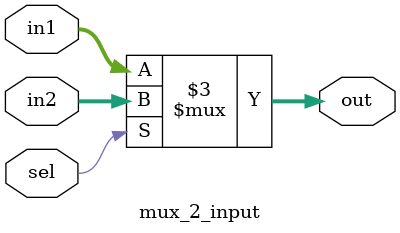
<source format=v>
module mux_2_input #(parameter integer WORD_LENGTH = 8) (in1, in2, sel, out);
	input sel;
	input[WORD_LENGTH-1:0] in1, in2;
	output reg [WORD_LENGTH-1:0] out;
	always @(sel, in1, in2) begin
		if (sel)
			out <= in2;
		else
			out <= in1;
	end
endmodule

</source>
